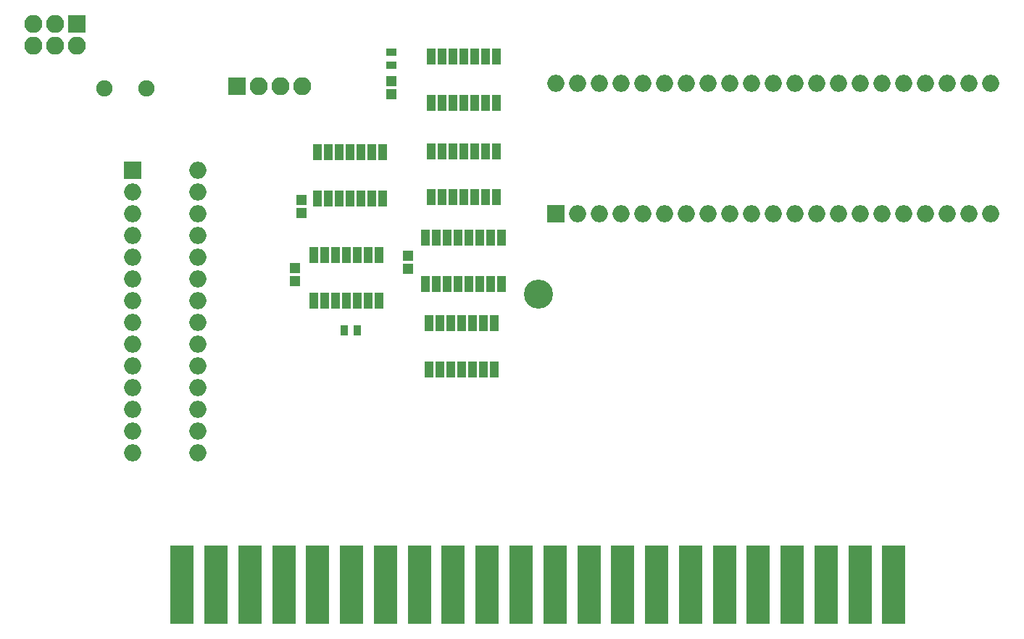
<source format=gbr>
G04 #@! TF.FileFunction,Soldermask,Bot*
%FSLAX46Y46*%
G04 Gerber Fmt 4.6, Leading zero omitted, Abs format (unit mm)*
G04 Created by KiCad (PCBNEW 4.0.7) date 07/31/18 13:25:54*
%MOMM*%
%LPD*%
G01*
G04 APERTURE LIST*
%ADD10C,0.100000*%
%ADD11R,2.000000X2.000000*%
%ADD12O,2.000000X2.000000*%
%ADD13R,1.150000X1.200000*%
%ADD14R,2.100000X2.100000*%
%ADD15O,2.100000X2.100000*%
%ADD16R,0.900000X1.300000*%
%ADD17R,1.300000X0.900000*%
%ADD18R,1.000000X1.900000*%
%ADD19C,1.900000*%
%ADD20R,2.800000X9.200000*%
%ADD21C,3.400000*%
G04 APERTURE END LIST*
D10*
D11*
X109080300Y-60985400D03*
D12*
X159880300Y-45745400D03*
X111620300Y-60985400D03*
X157340300Y-45745400D03*
X114160300Y-60985400D03*
X154800300Y-45745400D03*
X116700300Y-60985400D03*
X152260300Y-45745400D03*
X119240300Y-60985400D03*
X149720300Y-45745400D03*
X121780300Y-60985400D03*
X147180300Y-45745400D03*
X124320300Y-60985400D03*
X144640300Y-45745400D03*
X126860300Y-60985400D03*
X142100300Y-45745400D03*
X129400300Y-60985400D03*
X139560300Y-45745400D03*
X131940300Y-60985400D03*
X137020300Y-45745400D03*
X134480300Y-60985400D03*
X134480300Y-45745400D03*
X137020300Y-60985400D03*
X131940300Y-45745400D03*
X139560300Y-60985400D03*
X129400300Y-45745400D03*
X142100300Y-60985400D03*
X126860300Y-45745400D03*
X144640300Y-60985400D03*
X124320300Y-45745400D03*
X147180300Y-60985400D03*
X121780300Y-45745400D03*
X149720300Y-60985400D03*
X119240300Y-45745400D03*
X152260300Y-60985400D03*
X116700300Y-45745400D03*
X154800300Y-60985400D03*
X114160300Y-45745400D03*
X157340300Y-60985400D03*
X111620300Y-45745400D03*
X159880300Y-60985400D03*
X109080300Y-45745400D03*
D13*
X79298800Y-60846400D03*
X79298800Y-59346400D03*
X78567280Y-67311840D03*
X78567280Y-68811840D03*
X89789000Y-46978000D03*
X89789000Y-45478000D03*
D14*
X71755000Y-46062900D03*
D15*
X74295000Y-46062900D03*
X76835000Y-46062900D03*
X79375000Y-46062900D03*
D16*
X84327300Y-74599800D03*
X85827300Y-74599800D03*
D17*
X89789000Y-43599800D03*
X89789000Y-42099800D03*
D18*
X94513400Y-42603440D03*
X95783400Y-42603440D03*
X97053400Y-42603440D03*
X98323400Y-42603440D03*
X99593400Y-42603440D03*
X100863400Y-42603440D03*
X102133400Y-42603440D03*
X102133400Y-48003440D03*
X100863400Y-48003440D03*
X99593400Y-48003440D03*
X98323400Y-48003440D03*
X97053400Y-48003440D03*
X95783400Y-48003440D03*
X94513400Y-48003440D03*
X80772000Y-65765700D03*
X82042000Y-65765700D03*
X83312000Y-65765700D03*
X84582000Y-65765700D03*
X85852000Y-65765700D03*
X87122000Y-65765700D03*
X88392000Y-65765700D03*
X88392000Y-71165700D03*
X87122000Y-71165700D03*
X85852000Y-71165700D03*
X84582000Y-71165700D03*
X83312000Y-71165700D03*
X82042000Y-71165700D03*
X80772000Y-71165700D03*
X101879400Y-79171780D03*
X100609400Y-79171780D03*
X99339400Y-79171780D03*
X98069400Y-79171780D03*
X96799400Y-79171780D03*
X95529400Y-79171780D03*
X94259400Y-79171780D03*
X94259400Y-73771780D03*
X95529400Y-73771780D03*
X96799400Y-73771780D03*
X98069400Y-73771780D03*
X99339400Y-73771780D03*
X100609400Y-73771780D03*
X101879400Y-73771780D03*
D19*
X61188600Y-46329600D03*
X56308600Y-46329600D03*
D11*
X59570620Y-55918100D03*
D12*
X67190620Y-88938100D03*
X59570620Y-58458100D03*
X67190620Y-86398100D03*
X59570620Y-60998100D03*
X67190620Y-83858100D03*
X59570620Y-63538100D03*
X67190620Y-81318100D03*
X59570620Y-66078100D03*
X67190620Y-78778100D03*
X59570620Y-68618100D03*
X67190620Y-76238100D03*
X59570620Y-71158100D03*
X67190620Y-73698100D03*
X59570620Y-73698100D03*
X67190620Y-71158100D03*
X59570620Y-76238100D03*
X67190620Y-68618100D03*
X59570620Y-78778100D03*
X67190620Y-66078100D03*
X59570620Y-81318100D03*
X67190620Y-63538100D03*
X59570620Y-83858100D03*
X67190620Y-60998100D03*
X59570620Y-86398100D03*
X67190620Y-58458100D03*
X59570620Y-88938100D03*
X67190620Y-55918100D03*
D13*
X91754960Y-67414840D03*
X91754960Y-65914840D03*
D18*
X102682040Y-69197200D03*
X101412040Y-69197200D03*
X100142040Y-69197200D03*
X98872040Y-69197200D03*
X97602040Y-69197200D03*
X96332040Y-69197200D03*
X95062040Y-69197200D03*
X93792040Y-69197200D03*
X93792040Y-63797200D03*
X95062040Y-63797200D03*
X96332040Y-63797200D03*
X97602040Y-63797200D03*
X98872040Y-63797200D03*
X100142040Y-63797200D03*
X101412040Y-63797200D03*
X102682040Y-63797200D03*
X81168240Y-53789600D03*
X82438240Y-53789600D03*
X83708240Y-53789600D03*
X84978240Y-53789600D03*
X86248240Y-53789600D03*
X87518240Y-53789600D03*
X88788240Y-53789600D03*
X88788240Y-59189600D03*
X87518240Y-59189600D03*
X86248240Y-59189600D03*
X84978240Y-59189600D03*
X83708240Y-59189600D03*
X82438240Y-59189600D03*
X81168240Y-59189600D03*
X102108000Y-59049900D03*
X100838000Y-59049900D03*
X99568000Y-59049900D03*
X98298000Y-59049900D03*
X97028000Y-59049900D03*
X95758000Y-59049900D03*
X94488000Y-59049900D03*
X94488000Y-53649900D03*
X95758000Y-53649900D03*
X97028000Y-53649900D03*
X98298000Y-53649900D03*
X99568000Y-53649900D03*
X100838000Y-53649900D03*
X102108000Y-53649900D03*
D20*
X65373840Y-104284720D03*
X69333840Y-104284720D03*
X73293840Y-104284720D03*
X77253840Y-104284720D03*
X81213840Y-104284720D03*
X85173840Y-104284720D03*
X89133840Y-104284720D03*
X93093840Y-104284720D03*
X97053840Y-104284720D03*
X101013840Y-104284720D03*
X104973840Y-104284720D03*
X108933840Y-104284720D03*
X112893840Y-104284720D03*
X120813840Y-104284720D03*
X140613840Y-104284720D03*
X116853840Y-104284720D03*
X128733840Y-104284720D03*
X148533840Y-104284720D03*
X144573840Y-104284720D03*
X124773840Y-104284720D03*
X136653840Y-104284720D03*
X132693840Y-104284720D03*
D14*
X53080000Y-38810000D03*
D15*
X53080000Y-41350000D03*
X50540000Y-38810000D03*
X50540000Y-41350000D03*
X48000000Y-38810000D03*
X48000000Y-41350000D03*
D21*
X107010000Y-70329880D03*
M02*

</source>
